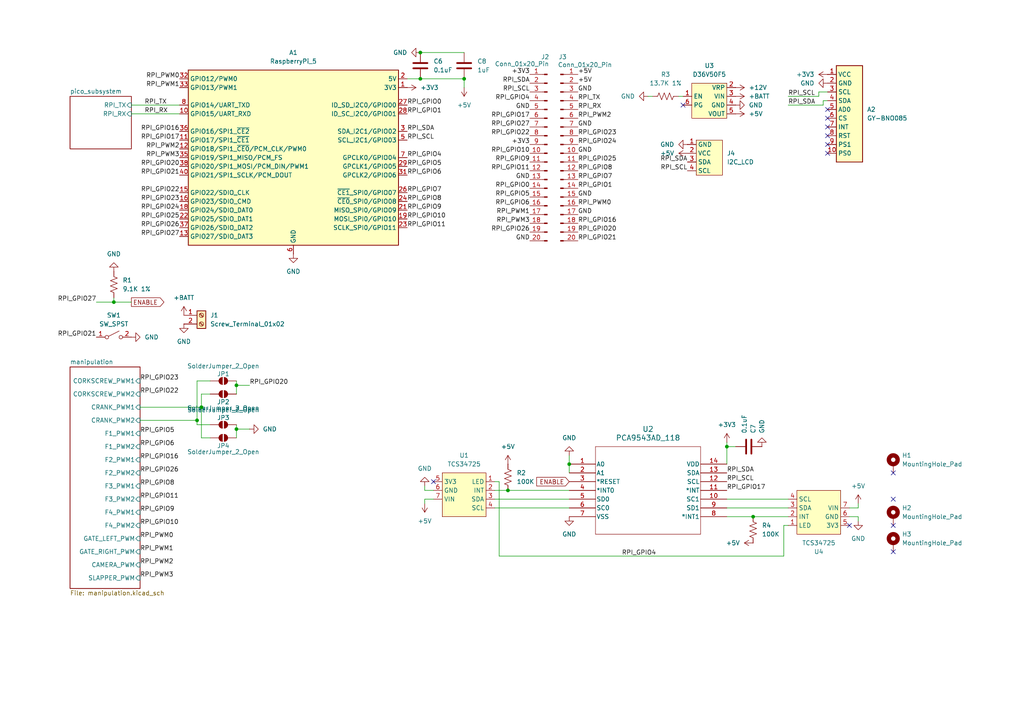
<source format=kicad_sch>
(kicad_sch (version 20250114) (generator "eeschema") (generator_version "9.0")
  (paper "A4")
  (lib_symbols
    (symbol "Connector:Conn_01x20_Pin" (pin_names (offset 1.016) (hide yes))
      (property "Reference" "J" (at 0 25.4 0))
      (property "Value" "Conn_01x20_Pin" (at 0 -27.94 0))
      (symbol "Conn_01x20_Pin_1_1"
        (rectangle (start 0.8636 22.987) (end 0 22.733) (stroke (width 0.1524)) (fill (type outline)))
        (rectangle (start 0.8636 20.447) (end 0 20.193) (stroke (width 0.1524)) (fill (type outline)))
        (rectangle (start 0.8636 17.907) (end 0 17.653) (stroke (width 0.1524)) (fill (type outline)))
        (rectangle (start 0.8636 15.367) (end 0 15.113) (stroke (width 0.1524)) (fill (type outline)))
        (rectangle (start 0.8636 12.827) (end 0 12.573) (stroke (width 0.1524)) (fill (type outline)))
        (rectangle (start 0.8636 10.287) (end 0 10.033) (stroke (width 0.1524)) (fill (type outline)))
        (rectangle (start 0.8636 7.747) (end 0 7.493) (stroke (width 0.1524)) (fill (type outline)))
        (rectangle (start 0.8636 5.207) (end 0 4.953) (stroke (width 0.1524)) (fill (type outline)))
        (rectangle (start 0.8636 2.667) (end 0 2.413) (stroke (width 0.1524)) (fill (type outline)))
        (rectangle (start 0.8636 0.127) (end 0 -0.127) (stroke (width 0.1524)) (fill (type outline)))
        (rectangle (start 0.8636 -2.413) (end 0 -2.667) (stroke (width 0.1524)) (fill (type outline)))
        (rectangle (start 0.8636 -4.953) (end 0 -5.207) (stroke (width 0.1524)) (fill (type outline)))
        (rectangle (start 0.8636 -7.493) (end 0 -7.747) (stroke (width 0.1524)) (fill (type outline)))
        (rectangle (start 0.8636 -10.033) (end 0 -10.287) (stroke (width 0.1524)) (fill (type outline)))
        (rectangle (start 0.8636 -12.573) (end 0 -12.827) (stroke (width 0.1524)) (fill (type outline)))
        (rectangle (start 0.8636 -15.113) (end 0 -15.367) (stroke (width 0.1524)) (fill (type outline)))
        (rectangle (start 0.8636 -17.653) (end 0 -17.907) (stroke (width 0.1524)) (fill (type outline)))
        (rectangle (start 0.8636 -20.193) (end 0 -20.447) (stroke (width 0.1524)) (fill (type outline)))
        (rectangle (start 0.8636 -22.733) (end 0 -22.987) (stroke (width 0.1524)) (fill (type outline)))
        (rectangle (start 0.8636 -25.273) (end 0 -25.527) (stroke (width 0.1524)) (fill (type outline)))
        (polyline (pts (xy 1.27 22.86) (xy 0.8636 22.86)) (stroke (width 0.1524)))
        (polyline (pts (xy 1.27 20.32) (xy 0.8636 20.32)) (stroke (width 0.1524)))
        (polyline (pts (xy 1.27 17.78) (xy 0.8636 17.78)) (stroke (width 0.1524)))
        (polyline (pts (xy 1.27 15.24) (xy 0.8636 15.24)) (stroke (width 0.1524)))
        (polyline (pts (xy 1.27 12.7) (xy 0.8636 12.7)) (stroke (width 0.1524)))
        (polyline (pts (xy 1.27 10.16) (xy 0.8636 10.16)) (stroke (width 0.1524)))
        (polyline (pts (xy 1.27 7.62) (xy 0.8636 7.62)) (stroke (width 0.1524)))
        (polyline (pts (xy 1.27 5.08) (xy 0.8636 5.08)) (stroke (width 0.1524)))
        (polyline (pts (xy 1.27 2.54) (xy 0.8636 2.54)) (stroke (width 0.1524)))
        (polyline (pts (xy 1.27 0) (xy 0.8636 0)) (stroke (width 0.1524)))
        (polyline (pts (xy 1.27 -2.54) (xy 0.8636 -2.54)) (stroke (width 0.1524)))
        (polyline (pts (xy 1.27 -5.08) (xy 0.8636 -5.08)) (stroke (width 0.1524)))
        (polyline (pts (xy 1.27 -7.62) (xy 0.8636 -7.62)) (stroke (width 0.1524)))
        (polyline (pts (xy 1.27 -10.16) (xy 0.8636 -10.16)) (stroke (width 0.1524)))
        (polyline (pts (xy 1.27 -12.7) (xy 0.8636 -12.7)) (stroke (width 0.1524)))
        (polyline (pts (xy 1.27 -15.24) (xy 0.8636 -15.24)) (stroke (width 0.1524)))
        (polyline (pts (xy 1.27 -17.78) (xy 0.8636 -17.78)) (stroke (width 0.1524)))
        (polyline (pts (xy 1.27 -20.32) (xy 0.8636 -20.32)) (stroke (width 0.1524)))
        (polyline (pts (xy 1.27 -22.86) (xy 0.8636 -22.86)) (stroke (width 0.1524)))
        (polyline (pts (xy 1.27 -25.4) (xy 0.8636 -25.4)) (stroke (width 0.1524)))
        (pin passive line (at 5.08 22.86 180) (length 3.81) (name "Pin_1") (number "1"))
        (pin passive line (at 5.08 20.32 180) (length 3.81) (name "Pin_2") (number "2"))
        (pin passive line (at 5.08 17.78 180) (length 3.81) (name "Pin_3") (number "3"))
        (pin passive line (at 5.08 15.24 180) (length 3.81) (name "Pin_4") (number "4"))
        (pin passive line (at 5.08 12.7 180) (length 3.81) (name "Pin_5") (number "5"))
        (pin passive line (at 5.08 10.16 180) (length 3.81) (name "Pin_6") (number "6"))
        (pin passive line (at 5.08 7.62 180) (length 3.81) (name "Pin_7") (number "7"))
        (pin passive line (at 5.08 5.08 180) (length 3.81) (name "Pin_8") (number "8"))
        (pin passive line (at 5.08 2.54 180) (length 3.81) (name "Pin_9") (number "9"))
        (pin passive line (at 5.08 0 180) (length 3.81) (name "Pin_10") (number "10"))
        (pin passive line (at 5.08 -2.54 180) (length 3.81) (name "Pin_11") (number "11"))
        (pin passive line (at 5.08 -5.08 180) (length 3.81) (name "Pin_12") (number "12"))
        (pin passive line (at 5.08 -7.62 180) (length 3.81) (name "Pin_13") (number "13"))
        (pin passive line (at 5.08 -10.16 180) (length 3.81) (name "Pin_14") (number "14"))
        (pin passive line (at 5.08 -12.7 180) (length 3.81) (name "Pin_15") (number "15"))
        (pin passive line (at 5.08 -15.24 180) (length 3.81) (name "Pin_16") (number "16"))
        (pin passive line (at 5.08 -17.78 180) (length 3.81) (name "Pin_17") (number "17"))
        (pin passive line (at 5.08 -20.32 180) (length 3.81) (name "Pin_18") (number "18"))
        (pin passive line (at 5.08 -22.86 180) (length 3.81) (name "Pin_19") (number "19"))
        (pin passive line (at 5.08 -25.4 180) (length 3.81) (name "Pin_20") (number "20"))
      )
    )
    (symbol "Connector:Screw_Terminal_01x02" (pin_names (offset 1.016) (hide yes))
      (property "Reference" "J3" (at 2.54 0.0001 0))
      (property "Value" "Screw_Terminal_01x02" (at 2.54 -2.5399 0))
      (symbol "Screw_Terminal_01x02_1_1"
        (rectangle (start -1.27 1.27) (end 1.27 -3.81) (stroke (width 0.254)) (fill (type background)))
        (polyline (pts (xy -0.5334 0.3302) (xy 0.3302 -0.508)) (stroke (width 0.1524)))
        (polyline (pts (xy -0.5334 -2.2098) (xy 0.3302 -3.048)) (stroke (width 0.1524)))
        (polyline (pts (xy -0.3556 0.508) (xy 0.508 -0.3302)) (stroke (width 0.1524)))
        (polyline (pts (xy -0.3556 -2.032) (xy 0.508 -2.8702)) (stroke (width 0.1524)))
        (circle (center 0 0) (radius 0.635) (stroke (width 0.1524)))
        (circle (center 0 -2.54) (radius 0.635) (stroke (width 0.1524)))
        (pin power_out line (at -5.08 0 0) (length 3.81) (name "+") (number "1"))
        (pin power_out line (at -5.08 -2.54 0) (length 3.81) (name "-") (number "2"))
      )
    )
    (symbol "Device:C" (pin_numbers (hide yes)) (pin_names (offset 0.254))
      (property "Reference" "C" (at 0.635 2.54 0))
      (property "Value" "C" (at 0.635 -2.54 0))
      (symbol "C_0_1"
        (polyline (pts (xy -2.032 0.762) (xy 2.032 0.762)) (stroke (width 0.508)))
        (polyline (pts (xy -2.032 -0.762) (xy 2.032 -0.762)) (stroke (width 0.508)))
      )
      (symbol "C_1_1"
        (pin passive line (at 0 3.81 270) (length 2.794) (name "~") (number "1"))
        (pin passive line (at 0 -3.81 90) (length 2.794) (name "~") (number "2"))
      )
    )
    (symbol "Device:R_US" (pin_numbers (hide yes)) (pin_names (offset 0))
      (property "Reference" "R" (at 2.54 0 90))
      (property "Value" "R_US" (at -2.54 0 90))
      (symbol "R_US_0_1"
        (polyline (pts (xy 0 2.286) (xy 0 2.54)))
        (polyline (pts (xy 0 2.286) (xy 1.016 1.905) (xy 0 1.524) (xy -1.016 1.143) (xy 0 0.762)))
        (polyline (pts (xy 0 0.762) (xy 1.016 0.381) (xy 0 0) (xy -1.016 -0.381) (xy 0 -0.762)))
        (polyline (pts (xy 0 -0.762) (xy 1.016 -1.143) (xy 0 -1.524) (xy -1.016 -1.905) (xy 0 -2.286)))
        (polyline (pts (xy 0 -2.286) (xy 0 -2.54)))
      )
      (symbol "R_US_1_1"
        (pin passive line (at 0 3.81 270) (length 1.27) (name "~") (number "1"))
        (pin passive line (at 0 -3.81 90) (length 1.27) (name "~") (number "2"))
      )
    )
    (symbol "Jumper:SolderJumper_2_Open" (pin_numbers (hide yes)) (pin_names (offset 0) (hide yes)) (in_bom no)
      (property "Reference" "JP" (at 0 2.032 0))
      (property "Value" "SolderJumper_2_Open" (at 0 -2.54 0))
      (symbol "SolderJumper_2_Open_0_1"
        (polyline (pts (xy -0.254 1.016) (xy -0.254 -1.016)))
        (arc (start -0.254 -1.016) (mid -1.2656 0) (end -0.254 1.016))
        (arc (start -0.254 -1.016) (mid -1.2656 0) (end -0.254 1.016) (fill (type outline)))
        (arc (start 0.254 1.016) (mid 1.2656 0) (end 0.254 -1.016))
        (arc (start 0.254 1.016) (mid 1.2656 0) (end 0.254 -1.016) (fill (type outline)))
        (polyline (pts (xy 0.254 1.016) (xy 0.254 -1.016)))
      )
      (symbol "SolderJumper_2_Open_1_1"
        (pin passive line (at -3.81 0 0) (length 2.54) (name "A") (number "1"))
        (pin passive line (at 3.81 0 180) (length 2.54) (name "B") (number "2"))
      )
    )
    (symbol "Mechanical:MountingHole_Pad" (pin_numbers (hide yes)) (pin_names (offset 1.016) (hide yes)) (in_bom no)
      (property "Reference" "H" (at 0 6.35 0))
      (property "Value" "MountingHole_Pad" (at 0 4.445 0))
      (symbol "MountingHole_Pad_0_1"
        (circle (center 0 1.27) (radius 1.27) (stroke (width 1.27)))
      )
      (symbol "MountingHole_Pad_1_1"
        (pin input line (at 0 -2.54 90) (length 2.54) (name "1") (number "1"))
      )
    )
    (symbol "Switch:SW_SPST" (pin_names (offset 0) (hide yes))
      (property "Reference" "SW" (at 0 3.175 0))
      (property "Value" "SW_SPST" (at 0 -2.54 0))
      (symbol "SW_SPST_0_0"
        (circle (center -2.032 0) (radius 0.508))
        (polyline (pts (xy -1.524 0.254) (xy 1.524 1.778)))
        (circle (center 2.032 0) (radius 0.508))
      )
      (symbol "SW_SPST_1_1"
        (pin passive line (at -5.08 0 0) (length 2.54) (name "A") (number "1"))
        (pin passive line (at 5.08 0 180) (length 2.54) (name "B") (number "2"))
      )
    )
    (symbol "ieee:D36V50F5"
      (property "Reference" "U" (at 0 4.572 0))
      (property "Value" "D36V50F5" (at 0 2.54 0))
      (symbol "D36V50F5_1_1"
        (rectangle (start -5.08 1.27) (end 5.08 -8.89) (fill (type background)))
        (pin input line (at -7.62 -2.54 0) (length 2.54) (name "EN") (number "1"))
        (pin open_collector line (at -7.62 -5.08 0) (length 2.54) (name "PG") (number "6"))
        (pin power_out line (at 7.62 0 180) (length 2.54) (name "VRP") (number "2"))
        (pin power_in line (at 7.62 -2.54 180) (length 2.54) (name "VIN") (number "3"))
        (pin power_in line (at 7.62 -5.08 180) (length 2.54) (name "GND") (number "4"))
        (pin power_out line (at 7.62 -7.62 180) (length 2.54) (name "VOUT") (number "5"))
      )
    )
    (symbol "ieee:GY-BN008X"
      (property "Reference" "A" (at 0 0 0))
      (property "Value" "GY-BNO085" (at 0 0 0))
      (symbol "GY-BN008X_0_1"
        (rectangle (start -1.27 -1.27) (end 6.35 -29.21) (stroke (width 0.254)) (fill (type background)))
      )
      (symbol "GY-BN008X_1_1"
        (pin power_in line (at -3.81 -3.81 0) (length 2.54) (name "VCC") (number "1"))
        (pin power_in line (at -3.81 -6.35 0) (length 2.54) (name "GND") (number "2"))
        (pin input line (at -3.81 -8.89 0) (length 2.54) (name "SCL") (number "3"))
        (pin bidirectional line (at -3.81 -11.43 0) (length 2.54) (name "SDA") (number "4"))
        (pin input line (at -3.81 -13.97 0) (length 2.54) (name "AD0") (number "5"))
        (pin input line (at -3.81 -16.51 0) (length 2.54) (name "CS") (number "6"))
        (pin input line (at -3.81 -19.05 0) (length 2.54) (name "INT") (number "7"))
        (pin input line (at -3.81 -21.59 0) (length 2.54) (name "RST") (number "8"))
        (pin input line (at -3.81 -24.13 0) (length 2.54) (name "PS1") (number "9"))
        (pin input line (at -3.81 -26.67 0) (length 2.54) (name "PS0") (number "10"))
      )
    )
    (symbol "ieee:I2C_LCD"
      (property "Reference" "U" (at 0 8.382 0))
      (property "Value" "I2C_LCD" (at 0 6.35 0))
      (symbol "I2C_LCD_1_1"
        (rectangle (start -3.81 5.08) (end 3.81 -5.08) (fill (type background)))
        (pin power_in line (at -6.35 3.81 0) (length 2.54) (name "GND") (number "1"))
        (pin power_in line (at -6.35 1.27 0) (length 2.54) (name "VCC") (number "2"))
        (pin bidirectional line (at -6.35 -1.27 0) (length 2.54) (name "SDA") (number "3"))
        (pin bidirectional line (at -6.35 -3.81 0) (length 2.54) (name "SCL") (number "4"))
      )
    )
    (symbol "ieee:PCA9543AD_118" (pin_names (offset 0.254))
      (property "Reference" "U" (at 22.86 10.16 0))
      (property "Value" "PCA9543AD_118" (at 22.86 7.62 0))
      (symbol "PCA9543AD_118_0_1"
        (polyline (pts (xy 7.62 5.08) (xy 7.62 -20.32)) (stroke (width 0.127)))
        (polyline (pts (xy 7.62 -20.32) (xy 38.1 -20.32)) (stroke (width 0.127)))
        (polyline (pts (xy 38.1 -20.32) (xy 38.1 5.08)) (stroke (width 0.127)))
        (pin input line (at 0 0 0) (length 7.62) (name "A0") (number "1"))
        (pin input line (at 0 -2.54 0) (length 7.62) (name "A1") (number "2"))
        (pin input line (at 0 -5.08 0) (length 7.62) (name "*RESET") (number "3"))
        (pin input line (at 0 -7.62 0) (length 7.62) (name "*INT0") (number "4"))
        (pin bidirectional line (at 0 -10.16 0) (length 7.62) (name "SD0") (number "5"))
        (pin input line (at 0 -12.7 0) (length 7.62) (name "SC0") (number "6"))
        (pin power_in line (at 45.72 0 180) (length 7.62) (name "VDD") (number "14"))
        (pin bidirectional line (at 45.72 -2.54 180) (length 7.62) (name "SDA") (number "13"))
        (pin bidirectional line (at 45.72 -5.08 180) (length 7.62) (name "SCL") (number "12"))
        (pin input line (at 45.72 -10.16 180) (length 7.62) (name "SC1") (number "10"))
        (pin bidirectional line (at 45.72 -12.7 180) (length 7.62) (name "SD1") (number "9"))
        (pin input line (at 45.72 -15.24 180) (length 7.62) (name "*INT1") (number "8"))
      )
      (symbol "PCA9543AD_118_1_1"
        (polyline (pts (xy 38.1 5.08) (xy 7.62 5.08)) (stroke (width 0.127)) (fill (type background)))
        (pin power_in line (at 0 -15.24 0) (length 7.62) (name "VSS") (number "7"))
        (pin output line (at 45.72 -7.62 180) (length 7.62) (name "*INT") (number "11"))
      )
    )
    (symbol "ieee:Raspberry_Pi_5"
      (property "Reference" "A" (at 0 0 0))
      (property "Value" "Raspberry_Pi_5" (at 0 0 0))
      (symbol "Raspberry_Pi_5_0_1"
        (rectangle (start -1.27 -1.27) (end 59.69 -52.07) (stroke (width 0.254)) (fill (type background)))
      )
      (symbol "Raspberry_Pi_5_1_1"
        (pin bidirectional line (at -3.81 -3.81 0) (length 2.54) (name "GPIO12/PWM0") (number "32"))
        (pin bidirectional line (at -3.81 -6.35 0) (length 2.54) (name "GPIO13/PWM1") (number "33"))
        (pin bidirectional line (at -3.81 -11.43 0) (length 2.54) (name "GPIO14/UART_TXD") (number "8"))
        (pin bidirectional line (at -3.81 -13.97 0) (length 2.54) (name "GPIO15/UART_RXD") (number "10"))
        (pin bidirectional line (at -3.81 -19.05 0) (length 2.54) (name "GPIO16/SPI1_~{CE2}") (number "36"))
        (pin bidirectional line (at -3.81 -21.59 0) (length 2.54) (name "GPIO17/SPI1_~{CE1}") (number "11"))
        (pin bidirectional line (at -3.81 -24.13 0) (length 2.54) (name "GPIO18/SPI1_~{CE0}/PCM_CLK/PWM0") (number "12"))
        (pin bidirectional line (at -3.81 -26.67 0) (length 2.54) (name "GPIO19/SPI1_MISO/PCM_FS") (number "35"))
        (pin bidirectional line (at -3.81 -29.21 0) (length 2.54) (name "GPIO20/SPI1_MOSI/PCM_DIN/PWM1") (number "38"))
        (pin bidirectional line (at -3.81 -31.75 0) (length 2.54) (name "GPIO21/SPI1_SCLK/PCM_DOUT") (number "40"))
        (pin bidirectional line (at -3.81 -36.83 0) (length 2.54) (name "GPIO22/SDIO_CLK") (number "15"))
        (pin bidirectional line (at -3.81 -39.37 0) (length 2.54) (name "GPIO23/SDIO_CMD") (number "16"))
        (pin bidirectional line (at -3.81 -41.91 0) (length 2.54) (name "GPIO24/SDIO_DAT0") (number "18"))
        (pin bidirectional line (at -3.81 -44.45 0) (length 2.54) (name "GPIO25/SDIO_DAT1") (number "22"))
        (pin bidirectional line (at -3.81 -46.99 0) (length 2.54) (name "GPIO26/SDIO_DAT2") (number "37"))
        (pin bidirectional line (at -3.81 -49.53 0) (length 2.54) (name "GPIO27/SDIO_DAT3") (number "13"))
        (pin passive line (at 29.21 -54.61 90) (length 2.54) (hide yes) (name "GND") (number "14"))
        (pin passive line (at 29.21 -54.61 90) (length 2.54) (hide yes) (name "GND") (number "20"))
        (pin passive line (at 29.21 -54.61 90) (length 2.54) (hide yes) (name "GND") (number "25"))
        (pin passive line (at 29.21 -54.61 90) (length 2.54) (hide yes) (name "GND") (number "30"))
        (pin passive line (at 29.21 -54.61 90) (length 2.54) (hide yes) (name "GND") (number "34"))
        (pin passive line (at 29.21 -54.61 90) (length 2.54) (hide yes) (name "GND") (number "39"))
        (pin power_in line (at 29.21 -54.61 90) (length 2.54) (name "GND") (number "6"))
        (pin passive line (at 29.21 -54.61 90) (length 2.54) (hide yes) (name "GND") (number "9"))
        (pin power_out line (at 62.23 -3.81 180) (length 2.54) (name "5V") (number "2"))
        (pin passive line (at 62.23 -3.81 180) (length 2.54) (hide yes) (name "5V") (number "4"))
        (pin power_out line (at 62.23 -6.35 180) (length 2.54) (name "3V3") (number "1"))
        (pin passive line (at 62.23 -6.35 180) (length 2.54) (hide yes) (name "3V3") (number "17"))
        (pin bidirectional line (at 62.23 -11.43 180) (length 2.54) (name "ID_SD_I2C0/GPIO00") (number "27"))
        (pin bidirectional line (at 62.23 -13.97 180) (length 2.54) (name "ID_SC_I2C0/GPIO01") (number "28"))
        (pin bidirectional line (at 62.23 -19.05 180) (length 2.54) (name "SDA_I2C1/GPIO02") (number "3"))
        (pin bidirectional line (at 62.23 -21.59 180) (length 2.54) (name "SCL_I2C1/GPIO03") (number "5"))
        (pin bidirectional line (at 62.23 -26.67 180) (length 2.54) (name "GPCLK0/GPIO04") (number "7"))
        (pin bidirectional line (at 62.23 -29.21 180) (length 2.54) (name "GPCLK1/GPIO05") (number "29"))
        (pin bidirectional line (at 62.23 -31.75 180) (length 2.54) (name "GPCLK2/GPIO06") (number "31"))
        (pin bidirectional line (at 62.23 -36.83 180) (length 2.54) (name "~{CE1}_SPI0/GPIO07") (number "26"))
        (pin bidirectional line (at 62.23 -39.37 180) (length 2.54) (name "~{CE0}_SPI0/GPIO08") (number "24"))
        (pin bidirectional line (at 62.23 -41.91 180) (length 2.54) (name "MISO_SPI0/GPIO09") (number "21"))
        (pin bidirectional line (at 62.23 -44.45 180) (length 2.54) (name "MOSI_SPI0/GPIO10") (number "19"))
        (pin bidirectional line (at 62.23 -46.99 180) (length 2.54) (name "SCLK_SPI0/GPIO11") (number "23"))
      )
    )
    (symbol "ieee:TCS34725"
      (property "Reference" "U" (at 0 6.096 0))
      (property "Value" "TCS34725" (at 0 3.81 0))
      (symbol "TCS34725_1_1"
        (rectangle (start -6.35 2.54) (end 6.35 -10.16) (fill (type background)))
        (pin input line (at -8.89 0 0) (length 2.54) (name "LED") (number "1"))
        (pin open_collector line (at -8.89 -2.54 0) (length 2.54) (name "INT") (number "2"))
        (pin bidirectional line (at -8.89 -5.08 0) (length 2.54) (name "SDA") (number "3"))
        (pin bidirectional line (at -8.89 -7.62 0) (length 2.54) (name "SCL") (number "4"))
        (pin power_out line (at 8.89 0 180) (length 2.54) (name "3V3") (number "5"))
        (pin power_in line (at 8.89 -2.54 180) (length 2.54) (name "GND") (number "6"))
        (pin power_in line (at 8.89 -5.08 180) (length 2.54) (name "VIN") (number "7"))
      )
    )
    (symbol "power:+12V" (power) (pin_numbers (hide yes)) (pin_names (offset 0) (hide yes))
      (property "Value" "+12V" (at 0 3.556 0))
      (symbol "+12V_0_1"
        (polyline (pts (xy -0.762 1.27) (xy 0 2.54)))
        (polyline (pts (xy 0 2.54) (xy 0.762 1.27)))
        (polyline (pts (xy 0 0) (xy 0 2.54)))
      )
      (symbol "+12V_1_1"
        (pin power_in line (at 0 0 90) (length 0) (name "~") (number "1"))
      )
    )
    (symbol "power:+3V3" (power) (pin_numbers (hide yes)) (pin_names (offset 0) (hide yes))
      (property "Value" "+3V3" (at 0 3.556 0))
      (symbol "+3V3_0_1"
        (polyline (pts (xy -0.762 1.27) (xy 0 2.54)))
        (polyline (pts (xy 0 2.54) (xy 0.762 1.27)))
        (polyline (pts (xy 0 0) (xy 0 2.54)))
      )
      (symbol "+3V3_1_1"
        (pin power_in line (at 0 0 90) (length 0) (name "~") (number "1"))
      )
    )
    (symbol "power:+5V" (power) (pin_numbers (hide yes)) (pin_names (offset 0) (hide yes))
      (property "Value" "+5V" (at 0 3.556 0))
      (symbol "+5V_0_1"
        (polyline (pts (xy -0.762 1.27) (xy 0 2.54)))
        (polyline (pts (xy 0 2.54) (xy 0.762 1.27)))
        (polyline (pts (xy 0 0) (xy 0 2.54)))
      )
      (symbol "+5V_1_1"
        (pin power_in line (at 0 0 90) (length 0) (name "~") (number "1"))
      )
    )
    (symbol "power:+BATT" (power) (pin_numbers (hide yes)) (pin_names (offset 0) (hide yes))
      (property "Value" "+BATT" (at 0 3.556 0))
      (symbol "+BATT_0_1"
        (polyline (pts (xy -0.762 1.27) (xy 0 2.54)))
        (polyline (pts (xy 0 2.54) (xy 0.762 1.27)))
        (polyline (pts (xy 0 0) (xy 0 2.54)))
      )
      (symbol "+BATT_1_1"
        (pin power_in line (at 0 0 90) (length 0) (name "~") (number "1"))
      )
    )
    (symbol "power:GND" (power) (pin_numbers (hide yes)) (pin_names (offset 0) (hide yes))
      (property "Value" "GND" (at 0 -3.81 0))
      (symbol "GND_0_1"
        (polyline (pts (xy 0 0) (xy 0 -1.27) (xy 1.27 -1.27) (xy 0 -2.54) (xy -1.27 -1.27) (xy 0 -1.27)))
      )
      (symbol "GND_1_1"
        (pin power_in line (at 0 0 270) (length 0) (name "~") (number "1"))
      )
    )
  )
  (junction (at 33.02 87.63))
  (junction (at 134.62 22.86))
  (junction (at 165.1 134.62))
  (junction (at 218.44 149.86))
  (junction (at 147.32 142.24))
  (junction (at 58.42 118.11))
  (junction (at 57.15 121.92))
  (junction (at 121.92 22.86))
  (junction (at 68.58 111.76))
  (junction (at 68.58 124.46))
  (junction (at 121.92 15.24))
  (junction (at 210.82 129.54))
  (no_connect (at 240.03 34.29))
  (no_connect (at 125.73 139.7))
  (no_connect (at 198.12 30.48))
  (no_connect (at 259.08 144.78))
  (no_connect (at 240.03 41.91))
  (no_connect (at 240.03 36.83))
  (no_connect (at 240.03 44.45))
  (no_connect (at 246.38 152.4))
  (no_connect (at 240.03 31.75))
  (no_connect (at 259.08 160.02))
  (no_connect (at 259.08 137.16))
  (no_connect (at 259.08 152.4))
  (no_connect (at 240.03 39.37))
  (wire (pts (xy 228.6 147.32) (xy 210.82 147.32)))
  (wire (pts (xy 38.1 33.02) (xy 52.07 33.02)))
  (wire (pts (xy 121.92 22.86) (xy 134.62 22.86)))
  (wire (pts (xy 238.76 30.48) (xy 238.76 29.21)))
  (wire (pts (xy 218.44 149.86) (xy 210.82 149.86)))
  (wire (pts (xy 58.42 114.3) (xy 58.42 118.11)))
  (wire (pts (xy 213.36 129.54) (xy 210.82 129.54)))
  (wire (pts (xy 248.92 147.32) (xy 246.38 147.32)))
  (wire (pts (xy 57.15 110.49) (xy 57.15 121.92)))
  (wire (pts (xy 227.33 152.4) (xy 228.6 152.4)))
  (wire (pts (xy 237.49 27.94) (xy 237.49 26.67)))
  (wire (pts (xy 248.92 149.86) (xy 246.38 149.86)))
  (wire (pts (xy 33.02 86.36) (xy 33.02 87.63)))
  (wire (pts (xy 228.6 144.78) (xy 210.82 144.78)))
  (wire (pts (xy 248.92 149.86) (xy 248.92 151.13)))
  (wire (pts (xy 238.76 29.21) (xy 240.03 29.21)))
  (wire (pts (xy 238.76 30.48) (xy 228.6 30.48)))
  (wire (pts (xy 143.51 144.78) (xy 165.1 144.78)))
  (wire (pts (xy 144.78 161.29) (xy 227.33 161.29)))
  (wire (pts (xy 147.32 142.24) (xy 165.1 142.24)))
  (wire (pts (xy 68.58 124.46) (xy 68.58 127)))
  (wire (pts (xy 123.19 142.24) (xy 125.73 142.24)))
  (wire (pts (xy 218.44 149.86) (xy 228.6 149.86)))
  (wire (pts (xy 121.92 22.86) (xy 118.11 22.86)))
  (wire (pts (xy 165.1 134.62) (xy 165.1 137.16)))
  (wire (pts (xy 68.58 123.19) (xy 68.58 124.46)))
  (wire (pts (xy 57.15 121.92) (xy 57.15 123.19)))
  (wire (pts (xy 58.42 114.3) (xy 60.96 114.3)))
  (wire (pts (xy 68.58 111.76) (xy 68.58 114.3)))
  (wire (pts (xy 33.02 87.63) (xy 38.1 87.63)))
  (wire (pts (xy 143.51 147.32) (xy 165.1 147.32)))
  (wire (pts (xy 165.1 132.08) (xy 165.1 134.62)))
  (wire (pts (xy 237.49 27.94) (xy 228.6 27.94)))
  (wire (pts (xy 144.78 139.7) (xy 144.78 161.29)))
  (wire (pts (xy 38.1 30.48) (xy 52.07 30.48)))
  (wire (pts (xy 123.19 140.97) (xy 123.19 142.24)))
  (wire (pts (xy 57.15 110.49) (xy 60.96 110.49)))
  (wire (pts (xy 227.33 161.29) (xy 227.33 152.4)))
  (wire (pts (xy 121.92 15.24) (xy 134.62 15.24)))
  (wire (pts (xy 60.96 123.19) (xy 57.15 123.19)))
  (wire (pts (xy 198.12 27.94) (xy 196.85 27.94)))
  (wire (pts (xy 58.42 118.11) (xy 58.42 127)))
  (wire (pts (xy 72.39 111.76) (xy 68.58 111.76)))
  (wire (pts (xy 123.19 146.05) (xy 123.19 144.78)))
  (wire (pts (xy 40.64 121.92) (xy 57.15 121.92)))
  (wire (pts (xy 237.49 26.67) (xy 240.03 26.67)))
  (wire (pts (xy 58.42 118.11) (xy 40.64 118.11)))
  (wire (pts (xy 123.19 144.78) (xy 125.73 144.78)))
  (wire (pts (xy 210.82 128.27) (xy 210.82 129.54)))
  (wire (pts (xy 72.39 124.46) (xy 68.58 124.46)))
  (wire (pts (xy 248.92 146.05) (xy 248.92 147.32)))
  (wire (pts (xy 68.58 110.49) (xy 68.58 111.76)))
  (wire (pts (xy 143.51 142.24) (xy 147.32 142.24)))
  (wire (pts (xy 134.62 25.4) (xy 134.62 22.86)))
  (wire (pts (xy 187.96 27.94) (xy 189.23 27.94)))
  (wire (pts (xy 27.94 87.63) (xy 33.02 87.63)))
  (wire (pts (xy 60.96 127) (xy 58.42 127)))
  (wire (pts (xy 143.51 139.7) (xy 144.78 139.7)))
  (wire (pts (xy 210.82 129.54) (xy 210.82 134.62)))
  (label "+3V3" (at 153.67 41.91 180))
  (label "+5V" (at 167.64 21.59 0))
  (label "RPI_GPIO5" (at 40.64 125.73 0))
  (label "RPI_GPIO20" (at 52.07 48.26 180))
  (label "RPI_PWM2" (at 167.64 34.29 0))
  (label "RPI_PWM1" (at 52.07 25.4 180))
  (label "GND" (at 167.64 57.15 0))
  (label "RPI_GPIO5" (at 118.11 48.26 0))
  (label "RPI_GPIO16" (at 52.07 38.1 180))
  (label "RPI_GPIO8" (at 118.11 58.42 0))
  (label "RPI_GPIO26" (at 40.64 137.16 0))
  (label "RPI_PWM3" (at 52.07 45.72 180))
  (label "RPI_GPIO24" (at 167.64 41.91 0))
  (label "RPI_PWM2" (at 40.64 163.83 0))
  (label "RPI_TX" (at 167.64 29.21 0))
  (label "RPI_PWM2" (at 52.07 43.18 180))
  (label "GND" (at 167.64 62.23 0))
  (label "RPI_GPIO27" (at 27.94 87.63 180))
  (label "RPI_GPIO1" (at 118.11 33.02 0))
  (label "RPI_PWM0" (at 167.64 59.69 0))
  (label "RPI_GPIO4" (at 118.11 45.72 0))
  (label "RPI_GPIO0" (at 153.67 54.61 180))
  (label "GND" (at 167.64 36.83 0))
  (label "RPI_GPIO23" (at 40.64 110.49 0))
  (label "RPI_GPIO6" (at 118.11 50.8 0))
  (label "RPI_GPIO6" (at 40.64 129.54 0))
  (label "RPI_RX" (at 41.91 33.02 0))
  (label "RPI_GPIO16" (at 40.64 133.35 0))
  (label "+3V3" (at 153.67 21.59 180))
  (label "RPI_GPIO21" (at 167.64 69.85 0))
  (label "RPI_GPIO23" (at 52.07 58.42 180))
  (label "RPI_PWM3" (at 40.64 167.64 0))
  (label "RPI_GPIO21" (at 52.07 50.8 180))
  (label "RPI_GPIO11" (at 153.67 49.53 180))
  (label "RPI_PWM1" (at 153.67 62.23 180))
  (label "RPI_GPIO20" (at 167.64 67.31 0))
  (label "RPI_GPIO11" (at 118.11 66.04 0))
  (label "GND" (at 167.64 44.45 0))
  (label "RPI_GPIO24" (at 52.07 60.96 180))
  (label "+5V" (at 167.64 24.13 0))
  (label "RPI_GPIO17" (at 52.07 40.64 180))
  (label "RPI_GPIO9" (at 118.11 60.96 0))
  (label "RPI_GPIO22" (at 40.64 114.3 0))
  (label "RPI_PWM3" (at 153.67 64.77 180))
  (label "RPI_SCL" (at 210.82 139.7 0))
  (label "RPI_GPIO5" (at 153.67 57.15 180))
  (label "GND" (at 153.67 31.75 180))
  (label "GND" (at 167.64 26.67 0))
  (label "RPI_GPIO10" (at 40.64 152.4 0))
  (label "RPI_GPIO20" (at 72.39 111.76 0))
  (label "RPI_GPIO1" (at 167.64 54.61 0))
  (label "RPI_SDA" (at 210.82 137.16 0))
  (label "RPI_SCL" (at 199.39 49.53 180))
  (label "RPI_GPIO4" (at 180.34 161.29 0))
  (label "RPI_GPIO23" (at 167.64 39.37 0))
  (label "RPI_GPIO7" (at 118.11 55.88 0))
  (label "RPI_RX" (at 167.64 31.75 0))
  (label "RPI_GPIO9" (at 153.67 46.99 180))
  (label "RPI_SDA" (at 118.11 38.1 0))
  (label "RPI_GPIO27" (at 52.07 68.58 180))
  (label "RPI_GPIO22" (at 52.07 55.88 180))
  (label "GND" (at 153.67 69.85 180))
  (label "RPI_GPIO25" (at 52.07 63.5 180))
  (label "RPI_GPIO7" (at 167.64 52.07 0))
  (label "RPI_PWM0" (at 52.07 22.86 180))
  (label "RPI_GPIO27" (at 153.67 36.83 180))
  (label "RPI_SDA" (at 228.6 30.48 0))
  (label "RPI_SDA" (at 153.67 24.13 180))
  (label "RPI_SCL" (at 153.67 26.67 180))
  (label "RPI_GPIO8" (at 40.64 140.97 0))
  (label "RPI_GPIO26" (at 153.67 67.31 180))
  (label "RPI_PWM1" (at 40.64 160.02 0))
  (label "RPI_GPIO10" (at 153.67 44.45 180))
  (label "RPI_SCL" (at 228.6 27.94 0))
  (label "RPI_GPIO9" (at 40.64 148.59 0))
  (label "RPI_TX" (at 41.91 30.48 0))
  (label "RPI_GPIO26" (at 52.07 66.04 180))
  (label "RPI_GPIO25" (at 167.64 46.99 0))
  (label "RPI_GPIO6" (at 153.67 59.69 180))
  (label "RPI_GPIO17" (at 210.82 142.24 0))
  (label "RPI_GPIO4" (at 153.67 29.21 180))
  (label "RPI_GPIO22" (at 153.67 39.37 180))
  (label "RPI_GPIO16" (at 167.64 64.77 0))
  (label "RPI_GPIO10" (at 118.11 63.5 0))
  (label "GND" (at 153.67 52.07 180))
  (label "RPI_SDA" (at 199.39 46.99 180))
  (label "RPI_GPIO8" (at 167.64 49.53 0))
  (label "RPI_GPIO11" (at 40.64 144.78 0))
  (label "RPI_GPIO0" (at 118.11 30.48 0))
  (label "RPI_GPIO21" (at 27.94 97.79 180))
  (label "RPI_SCL" (at 118.11 40.64 0))
  (label "RPI_GPIO17" (at 153.67 34.29 180))
  (label "RPI_PWM0" (at 40.64 156.21 0))
  (global_label "ENABLE" (shape input) (at 165.1 139.7 180) (property "Intersheetrefs" "${INTERSHEET_REFS}" (effects (hide yes))))
  (global_label "ENABLE" (shape output) (at 38.1 87.63 0) (property "Intersheetrefs" "${INTERSHEET_REFS}" (effects (hide yes))))
  (symbol (lib_id "power:+3V3") (at 218.44 157.48 90) (unit 1)
    (property "Reference" "#PWR022" (effects (hide yes)))
    (property "Value" "+5V" (at 214.63 157.4799 90) (effects (justify left)))
    (property "Description" "Power symbol creates a global label with name \"+3V3\"" (effects (hide yes)))
  )
  (symbol (lib_id "power:+5V") (at 134.62 25.4 180) (unit 1)
    (property "Reference" "#PWR07" (effects (hide yes)))
    (property "Value" "+5V" (at 134.62 30.48 0))
    (property "Description" "Power symbol creates a global label with name \"+5V\"" (effects (hide yes)))
  )
  (symbol (lib_id "Mechanical:MountingHole_Pad") (at 259.08 134.62 0) (unit 1) (in_bom no)
    (property "Reference" "H1" (at 261.62 132.0799 0) (effects (justify left)))
    (property "Value" "MountingHole_Pad" (at 261.62 134.6199 0) (effects (justify left)))
    (property "Footprint" "MountingHole:MountingHole_3.2mm_M3_Pad" (effects (hide yes)))
    (property "Description" "Mounting Hole with connection" (effects (hide yes)))
  )
  (symbol (lib_id "power:+3V3") (at 147.32 134.62 0) (unit 1)
    (property "Reference" "#PWR011" (effects (hide yes)))
    (property "Value" "+5V" (at 147.32 129.54 0))
    (property "Description" "Power symbol creates a global label with name \"+3V3\"" (effects (hide yes)))
  )
  (symbol (lib_id "Mechanical:MountingHole_Pad") (at 259.08 157.48 0) (unit 1) (in_bom no)
    (property "Reference" "H3" (at 261.62 154.9399 0) (effects (justify left)))
    (property "Value" "MountingHole_Pad" (at 261.62 157.4799 0) (effects (justify left)))
    (property "Footprint" "MountingHole:MountingHole_3.2mm_M3_Pad" (effects (hide yes)))
    (property "Description" "Mounting Hole with connection" (effects (hide yes)))
  )
  (symbol (lib_id "power:GND") (at 199.39 41.91 270) (unit 1)
    (property "Reference" "#PWR015" (effects (hide yes)))
    (property "Value" "GND" (at 195.58 41.9099 90) (effects (justify right)))
    (property "Description" "Power symbol creates a global label with name \"GND\" , ground" (effects (hide yes)))
  )
  (symbol (lib_id "power:GND") (at 248.92 151.13 0) (unit 1)
    (property "Reference" "#PWR026" (effects (hide yes)))
    (property "Value" "GND" (at 248.92 156.21 0))
    (property "Description" "Power symbol creates a global label with name \"GND\" , ground" (effects (hide yes)))
  )
  (symbol (lib_id "power:GND") (at 123.19 140.97 180) (unit 1)
    (property "Reference" "#PWR09" (effects (hide yes)))
    (property "Value" "GND" (at 123.19 135.89 0))
    (property "Description" "Power symbol creates a global label with name \"GND\" , ground" (effects (hide yes)))
  )
  (symbol (lib_id "Device:R_US") (at 33.02 82.55 180) (unit 1)
    (property "Reference" "R1" (at 35.56 81.2799 0) (effects (justify right)))
    (property "Value" "9.1K 1%" (at 35.56 83.8199 0) (effects (justify right)))
    (property "Footprint" "Resistor_THT:R_Axial_DIN0309_L9.0mm_D3.2mm_P15.24mm_Horizontal" (effects (hide yes)))
    (property "Description" "Resistor, US symbol" (effects (hide yes)))
  )
  (symbol (lib_id "power:GND") (at 187.96 27.94 270) (unit 1)
    (property "Reference" "#PWR014" (effects (hide yes)))
    (property "Value" "GND" (at 184.15 27.9399 90) (effects (justify right)))
    (property "Description" "Power symbol creates a global label with name \"GND\" , ground" (effects (hide yes)))
  )
  (symbol (lib_id "Device:R_US") (at 147.32 138.43 0) (unit 1)
    (property "Reference" "R2" (at 149.86 137.1599 0) (effects (justify left)))
    (property "Value" "100K" (at 149.86 139.6999 0) (effects (justify left)))
    (property "Footprint" "Resistor_THT:R_Axial_DIN0309_L9.0mm_D3.2mm_P15.24mm_Horizontal" (effects (hide yes)))
    (property "Description" "Resistor, US symbol" (effects (hide yes)))
  )
  (symbol (lib_id "power:+BATT") (at 53.34 91.44 0) (unit 1)
    (property "Reference" "#PWR03" (effects (hide yes)))
    (property "Value" "+BATT" (at 53.34 86.36 0))
    (property "Description" "Power symbol creates a global label with name \"+BATT\"" (effects (hide yes)))
  )
  (symbol (lib_id "power:+3V3") (at 123.19 146.05 180) (unit 1)
    (property "Reference" "#PWR010" (effects (hide yes)))
    (property "Value" "+5V" (at 123.19 151.13 0))
    (property "Description" "Power symbol creates a global label with name \"+3V3\"" (effects (hide yes)))
  )
  (symbol (lib_id "Jumper:SolderJumper_2_Open") (at 64.77 110.49 0) (unit 1) (in_bom no)
    (property "Reference" "JP1" (at 64.77 108.458 0))
    (property "Value" "SolderJumper_2_Open" (at 64.77 106.172 0))
    (property "Footprint" "Jumper:SolderJumper-2_P1.3mm_Open_TrianglePad1.0x1.5mm" (effects (hide yes)))
    (property "Description" "Solder Jumper, 2-pole, open" (effects (hide yes)))
  )
  (symbol (lib_id "Connector:Conn_01x20_Pin") (at 162.56 44.45 0) (unit 1)
    (property "Reference" "J3" (at 163.195 16.51 0))
    (property "Value" "Conn_01x20_Pin" (at 169.672 18.796 0))
    (property "Footprint" "Connector_PinHeader_2.54mm:PinHeader_1x20_P2.54mm_Vertical" (effects (hide yes)))
    (property "Description" "Generic connector, single row, 01x20, script generated" (effects (hide yes)))
  )
  (symbol (lib_id "Jumper:SolderJumper_2_Open") (at 64.77 123.19 0) (unit 1) (in_bom no)
    (property "Reference" "JP3" (at 64.77 121.158 0))
    (property "Value" "SolderJumper_2_Open" (at 64.77 118.872 0))
    (property "Footprint" "Jumper:SolderJumper-2_P1.3mm_Open_TrianglePad1.0x1.5mm" (effects (hide yes)))
    (property "Description" "Solder Jumper, 2-pole, open" (effects (hide yes)))
  )
  (symbol (lib_id "power:GND") (at 38.1 97.79 90) (mirror x) (unit 1)
    (property "Reference" "#PWR02" (effects (hide yes)))
    (property "Value" "GND" (at 41.91 97.7899 90) (effects (justify right)))
    (property "Description" "Power symbol creates a global label with name \"GND\" , ground" (effects (hide yes)))
  )
  (symbol (lib_id "Jumper:SolderJumper_2_Open") (at 64.77 114.3 0) (unit 1) (in_bom no)
    (property "Reference" "JP2" (at 64.77 116.586 0))
    (property "Value" "SolderJumper_2_Open" (at 64.77 118.364 0))
    (property "Footprint" "Jumper:SolderJumper-2_P1.3mm_Open_TrianglePad1.0x1.5mm" (effects (hide yes)))
    (property "Description" "Solder Jumper, 2-pole, open" (effects (hide yes)))
  )
  (symbol (lib_id "Connector:Conn_01x20_Pin") (at 158.75 44.45 0) (mirror y) (unit 1)
    (property "Reference" "J2" (at 158.115 16.51 0))
    (property "Value" "Conn_01x20_Pin" (at 151.384 18.542 0))
    (property "Footprint" "Connector_PinHeader_2.54mm:PinHeader_1x20_P2.54mm_Vertical" (effects (hide yes)))
    (property "Description" "Generic connector, single row, 01x20, script generated" (effects (hide yes)))
  )
  (symbol (lib_id "power:GND") (at 165.1 132.08 180) (unit 1)
    (property "Reference" "#PWR012" (effects (hide yes)))
    (property "Value" "GND" (at 165.1 127 0))
    (property "Description" "Power symbol creates a global label with name \"GND\" , ground" (effects (hide yes)))
  )
  (symbol (lib_id "ieee:TCS34725") (at 134.62 139.7 0) (mirror y) (unit 1)
    (property "Reference" "U1" (at 134.62 132.08 0))
    (property "Value" "TCS34725" (at 134.62 134.62 0))
    (property "Footprint" "Connector_PinHeader_2.54mm:PinHeader_1x07_P2.54mm_Vertical" (effects (hide yes)))
  )
  (symbol (lib_id "ieee:TCS34725") (at 237.49 152.4 0) (mirror x) (unit 1)
    (property "Reference" "U4" (at 237.49 160.02 0))
    (property "Value" "TCS34725" (at 237.49 157.48 0))
    (property "Footprint" "Connector_PinHeader_2.54mm:PinHeader_1x07_P2.54mm_Vertical" (effects (hide yes)))
  )
  (symbol (lib_id "power:GND") (at 33.02 78.74 180) (unit 1)
    (property "Reference" "#PWR01" (effects (hide yes)))
    (property "Value" "GND" (at 33.02 73.66 0))
    (property "Description" "Power symbol creates a global label with name \"GND\" , ground" (effects (hide yes)))
  )
  (symbol (lib_id "ieee:Raspberry_Pi_5") (at 55.88 19.05 0) (unit 1)
    (property "Reference" "A1" (at 85.09 15.24 0))
    (property "Value" "RaspberryPi_5" (at 85.09 17.78 0))
    (property "Footprint" "ieee:Raspberry_Pi_5" (effects (hide yes)))
  )
  (symbol (lib_id "power:+3V3") (at 248.92 146.05 0) (unit 1)
    (property "Reference" "#PWR025" (effects (hide yes)))
    (property "Value" "+5V" (at 248.92 140.97 0))
    (property "Description" "Power symbol creates a global label with name \"+3V3\"" (effects (hide yes)))
  )
  (symbol (lib_id "Device:R_US") (at 193.04 27.94 90) (unit 1)
    (property "Reference" "R3" (at 193.04 21.59 90))
    (property "Value" "13.7K 1%" (at 193.04 24.13 90))
    (property "Footprint" "Resistor_THT:R_Axial_DIN0309_L9.0mm_D3.2mm_P15.24mm_Horizontal" (effects (hide yes)))
    (property "Description" "Resistor, US symbol" (effects (hide yes)))
  )
  (symbol (lib_id "power:+3V3") (at 240.03 21.59 90) (unit 1)
    (property "Reference" "#PWR023" (effects (hide yes)))
    (property "Value" "+3V3" (at 236.22 21.5899 90) (effects (justify left)))
    (property "Description" "Power symbol creates a global label with name \"+3V3\"" (effects (hide yes)))
  )
  (symbol (lib_id "power:+3V3") (at 210.82 128.27 0) (unit 1)
    (property "Reference" "#PWR017" (effects (hide yes)))
    (property "Value" "+3V3" (at 210.82 123.19 0))
    (property "Description" "Power symbol creates a global label with name \"+3V3\"" (effects (hide yes)))
  )
  (symbol (lib_id "Device:C") (at 121.92 19.05 0) (unit 1)
    (property "Reference" "C6" (at 125.73 17.7799 0) (effects (justify left)))
    (property "Value" "0.1uF" (at 125.73 20.3199 0) (effects (justify left)))
    (property "Footprint" "Capacitor_SMD:C_0603_1608Metric_Pad1.08x0.95mm_HandSolder" (effects (hide yes)))
    (property "Description" "Unpolarized capacitor" (effects (hide yes)))
  )
  (symbol (lib_id "Mechanical:MountingHole_Pad") (at 259.08 149.86 0) (unit 1) (in_bom no)
    (property "Reference" "H2" (at 261.62 147.3199 0) (effects (justify left)))
    (property "Value" "MountingHole_Pad" (at 261.62 149.8599 0) (effects (justify left)))
    (property "Footprint" "MountingHole:MountingHole_3.2mm_M3_Pad" (effects (hide yes)))
    (property "Description" "Mounting Hole with connection" (effects (hide yes)))
  )
  (symbol (lib_id "power:+5V") (at 213.36 33.02 270) (unit 1)
    (property "Reference" "#PWR021" (effects (hide yes)))
    (property "Value" "+5V" (at 217.17 33.0199 90) (effects (justify left)))
    (property "Description" "Power symbol creates a global label with name \"+5V\"" (effects (hide yes)))
  )
  (symbol (lib_id "ieee:GY-BN008X") (at 243.84 17.78 0) (unit 1)
    (property "Reference" "A2" (at 251.46 31.7499 0) (effects (justify left)))
    (property "Value" "GY-BNO085" (at 251.46 34.2899 0) (effects (justify left)))
    (property "Footprint" "ieee:GY-BNO085" (effects (hide yes)))
  )
  (symbol (lib_id "Switch:SW_SPST") (at 33.02 97.79 0) (unit 1)
    (property "Reference" "SW1" (at 33.02 91.44 0))
    (property "Value" "SW_SPST" (at 33.02 93.98 0))
    (property "Footprint" "Button_Switch_THT:SW_PUSH_6mm" (effects (hide yes)))
    (property "Description" "Single Pole Single Throw (SPST) switch" (effects (hide yes)))
  )
  (symbol (lib_id "Jumper:SolderJumper_2_Open") (at 64.77 127 0) (unit 1) (in_bom no)
    (property "Reference" "JP4" (at 64.77 129.286 0))
    (property "Value" "SolderJumper_2_Open" (at 64.77 131.064 0))
    (property "Footprint" "Jumper:SolderJumper-2_P1.3mm_Open_TrianglePad1.0x1.5mm" (effects (hide yes)))
    (property "Description" "Solder Jumper, 2-pole, open" (effects (hide yes)))
  )
  (symbol (lib_id "power:GND") (at 121.92 15.24 270) (unit 1)
    (property "Reference" "#PWR027" (effects (hide yes)))
    (property "Value" "GND" (at 118.11 15.2399 90) (effects (justify right)))
    (property "Description" "Power symbol creates a global label with name \"GND\" , ground" (effects (hide yes)))
  )
  (symbol (lib_id "power:+12V") (at 213.36 25.4 270) (unit 1)
    (property "Reference" "#PWR018" (effects (hide yes)))
    (property "Value" "+12V" (at 217.17 25.3999 90) (effects (justify left)))
    (property "Description" "Power symbol creates a global label with name \"+12V\"" (effects (hide yes)))
  )
  (symbol (lib_id "power:+BATT") (at 213.36 27.94 270) (unit 1)
    (property "Reference" "#PWR019" (effects (hide yes)))
    (property "Value" "+BATT" (at 217.17 27.9399 90) (effects (justify left)))
    (property "Description" "Power symbol creates a global label with name \"+BATT\"" (effects (hide yes)))
  )
  (symbol (lib_id "Device:C") (at 217.17 129.54 270) (mirror x) (unit 1)
    (property "Reference" "C7" (at 218.4401 125.73 0) (effects (justify left)))
    (property "Value" "0.1uF" (at 215.9001 125.73 0) (effects (justify left)))
    (property "Footprint" "Capacitor_SMD:C_0603_1608Metric_Pad1.08x0.95mm_HandSolder" (effects (hide yes)))
    (property "Description" "Unpolarized capacitor" (effects (hide yes)))
  )
  (symbol (lib_id "power:GND") (at 53.34 93.98 0) (unit 1)
    (property "Reference" "#PWR04" (effects (hide yes)))
    (property "Value" "GND" (at 53.34 99.06 0))
    (property "Description" "Power symbol creates a global label with name \"GND\" , ground" (effects (hide yes)))
  )
  (symbol (lib_id "power:GND") (at 240.03 24.13 270) (unit 1)
    (property "Reference" "#PWR024" (effects (hide yes)))
    (property "Value" "GND" (at 236.22 24.1299 90) (effects (justify right)))
    (property "Description" "Power symbol creates a global label with name \"GND\" , ground" (effects (hide yes)))
  )
  (symbol (lib_id "ieee:D36V50F5") (at 205.74 25.4 0) (unit 1)
    (property "Reference" "U3" (at 205.74 19.05 0))
    (property "Value" "D36V50F5" (at 205.74 21.59 0))
    (property "Footprint" "ieee:D36V50F5" (effects (hide yes)))
  )
  (symbol (lib_id "Device:C") (at 134.62 19.05 0) (unit 1)
    (property "Reference" "C8" (at 138.43 17.7799 0) (effects (justify left)))
    (property "Value" "1uF" (at 138.43 20.3199 0) (effects (justify left)))
    (property "Footprint" "Capacitor_SMD:C_0603_1608Metric_Pad1.08x0.95mm_HandSolder" (effects (hide yes)))
    (property "Description" "Unpolarized capacitor" (effects (hide yes)))
  )
  (symbol (lib_id "power:+5V") (at 199.39 44.45 90) (unit 1)
    (property "Reference" "#PWR016" (effects (hide yes)))
    (property "Value" "+5V" (at 195.58 44.4499 90) (effects (justify left)))
    (property "Description" "Power symbol creates a global label with name \"+5V\"" (effects (hide yes)))
  )
  (symbol (lib_id "Connector:Screw_Terminal_01x02") (at 58.42 91.44 0) (unit 1)
    (property "Reference" "J1" (at 60.96 91.4399 0) (effects (justify left)))
    (property "Value" "Screw_Terminal_01x02" (at 60.96 93.9799 0) (effects (justify left)))
    (property "Footprint" "TerminalBlock_MetzConnect:TerminalBlock_MetzConnect_Type101_RT01602HBWC_1x02_P5.08mm_Horizontal" (effects (hide yes)))
    (property "Description" "Generic screw terminal, single row, 01x02, script generated (kicad-library-utils/schlib/autogen/connector/)" (effects (hide yes)))
  )
  (symbol (lib_id "Device:R_US") (at 218.44 153.67 0) (unit 1)
    (property "Reference" "R4" (at 220.98 152.3999 0) (effects (justify left)))
    (property "Value" "100K" (at 220.98 154.9399 0) (effects (justify left)))
    (property "Footprint" "Resistor_THT:R_Axial_DIN0309_L9.0mm_D3.2mm_P15.24mm_Horizontal" (effects (hide yes)))
    (property "Description" "Resistor, US symbol" (effects (hide yes)))
  )
  (symbol (lib_id "power:GND") (at 165.1 149.86 0) (unit 1)
    (property "Reference" "#PWR013" (effects (hide yes)))
    (property "Value" "GND" (at 165.1 154.94 0))
    (property "Description" "Power symbol creates a global label with name \"GND\" , ground" (effects (hide yes)))
  )
  (symbol (lib_id "power:+3V3") (at 118.11 25.4 270) (unit 1)
    (property "Reference" "#PWR08" (effects (hide yes)))
    (property "Value" "+3V3" (at 121.92 25.3999 90) (effects (justify left)))
    (property "Description" "Power symbol creates a global label with name \"+3V3\"" (effects (hide yes)))
  )
  (symbol (lib_id "power:GND") (at 72.39 124.46 90) (unit 1)
    (property "Reference" "#PWR05" (effects (hide yes)))
    (property "Value" "GND" (at 76.2 124.4599 90) (effects (justify right)))
    (property "Description" "Power symbol creates a global label with name \"GND\" , ground" (effects (hide yes)))
  )
  (symbol (lib_id "ieee:I2C_LCD") (at 205.74 45.72 0) (unit 1)
    (property "Reference" "J4" (at 210.82 44.4499 0) (effects (justify left)))
    (property "Value" "I2C_LCD" (at 210.82 46.9899 0) (effects (justify left)))
    (property "Footprint" "Connector_PinHeader_2.54mm:PinHeader_1x04_P2.54mm_Vertical" (effects (hide yes)))
  )
  (symbol (lib_id "power:GND") (at 220.98 129.54 180) (unit 1)
    (property "Reference" "#PWR0100" (effects (hide yes)))
    (property "Value" "GND" (at 220.9801 125.73 90) (effects (justify right)))
    (property "Description" "Power symbol creates a global label with name \"GND\" , ground" (effects (hide yes)))
  )
  (symbol (lib_id "ieee:PCA9543AD_118") (at 165.1 134.62 0) (unit 1)
    (property "Reference" "U2" (at 187.96 124.46 0) (effects (font (size 1.524 1.524))))
    (property "Value" "PCA9543AD_118" (at 187.96 127 0) (effects (font (size 1.524 1.524))))
    (property "Footprint" "Package_SO:SOIC-14_3.9x8.7mm_P1.27mm" (effects (hide yes)))
    (property "Datasheet" "PCA9543AD_118" (effects (hide yes)))
  )
  (symbol (lib_id "power:GND") (at 213.36 30.48 90) (unit 1)
    (property "Reference" "#PWR020" (effects (hide yes)))
    (property "Value" "GND" (at 217.17 30.4799 90) (effects (justify right)))
    (property "Description" "Power symbol creates a global label with name \"GND\" , ground" (effects (hide yes)))
  )
  (symbol (lib_id "power:GND") (at 85.09 73.66 0) (unit 1)
    (property "Reference" "#PWR06" (effects (hide yes)))
    (property "Value" "GND" (at 85.09 78.74 0))
    (property "Description" "Power symbol creates a global label with name \"GND\" , ground" (effects (hide yes)))
  )
  (sheet (at 20.32 106.426) (size 20.32 64.262) (stroke (width 0.1524))
    (property "Sheetname" "manipulation" (at 20.32 105.7144 0) (effects (justify left bottom)))
    (property "Sheetfile" "manipulation.kicad_sch" (at 20.32 171.2726 0) (effects (justify left top)))
    (pin "CAMERA_PWM" input (at 40.64 163.83 0))
    (pin "CORKSCREW_PWM1" input (at 40.64 110.49 0))
    (pin "CORKSCREW_PWM2" input (at 40.64 114.3 0))
    (pin "CRANK_PWM1" input (at 40.64 118.11 0))
    (pin "CRANK_PWM2" input (at 40.64 121.92 0))
    (pin "F1_PWM1" input (at 40.64 125.73 0))
    (pin "F1_PWM2" input (at 40.64 129.54 0))
    (pin "F2_PWM1" input (at 40.64 133.35 0))
    (pin "F2_PWM2" input (at 40.64 137.16 0))
    (pin "F3_PWM2" input (at 40.64 144.78 0))
    (pin "F4_PWM1" input (at 40.64 148.59 0))
    (pin "F4_PWM2" input (at 40.64 152.4 0))
    (pin "GATE_LEFT_PWM" input (at 40.64 156.21 0))
    (pin "GATE_RIGHT_PWM" input (at 40.64 160.02 0))
    (pin "SLAPPER_PWM" input (at 40.64 167.64 0))
    (pin "F3_PWM1" input (at 40.64 140.97 0))
  )
  (sheet (at 20.32 27.94) (size 17.78 15.24) (stroke (width 0.1524))
    (property "Sheetname" "pico_subsystem" (at 20.32 27.2284 0) (effects (justify left bottom)))
    (property "Sheetfile" "pico.kicad_sch" (effects (hide yes)))
    (pin "RPI_RX" input (at 38.1 33.02 0))
    (pin "RPI_TX" input (at 38.1 30.48 0))
  )
)
</source>
